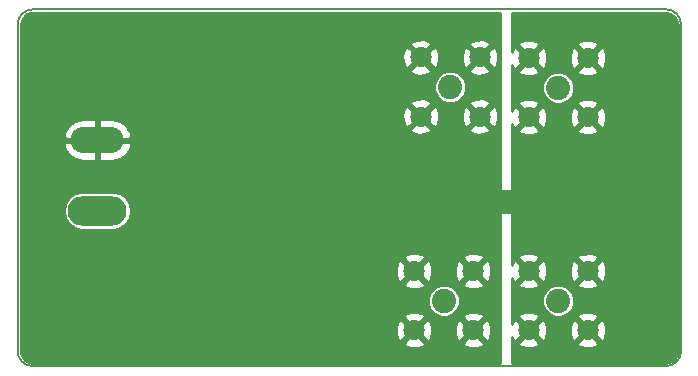
<source format=gbr>
G04 #@! TF.GenerationSoftware,KiCad,Pcbnew,(5.0.2)-1*
G04 #@! TF.CreationDate,2019-08-18T14:38:27-04:00*
G04 #@! TF.ProjectId,regulated-SEPIC-converter,72656775-6c61-4746-9564-2d5345504943,rev?*
G04 #@! TF.SameCoordinates,Original*
G04 #@! TF.FileFunction,Copper,L2,Bot*
G04 #@! TF.FilePolarity,Positive*
%FSLAX46Y46*%
G04 Gerber Fmt 4.6, Leading zero omitted, Abs format (unit mm)*
G04 Created by KiCad (PCBNEW (5.0.2)-1) date 8/18/2019 2:38:27 PM*
%MOMM*%
%LPD*%
G01*
G04 APERTURE LIST*
G04 #@! TA.AperFunction,NonConductor*
%ADD10C,0.150000*%
G04 #@! TD*
G04 #@! TA.AperFunction,EtchedComponent*
%ADD11C,0.000100*%
G04 #@! TD*
G04 #@! TA.AperFunction,ComponentPad*
%ADD12C,1.800000*%
G04 #@! TD*
G04 #@! TA.AperFunction,ComponentPad*
%ADD13C,2.050000*%
G04 #@! TD*
G04 #@! TA.AperFunction,ComponentPad*
%ADD14O,5.000000X2.500000*%
G04 #@! TD*
G04 #@! TA.AperFunction,ComponentPad*
%ADD15O,4.500000X2.250000*%
G04 #@! TD*
G04 #@! TA.AperFunction,ViaPad*
%ADD16C,0.600000*%
G04 #@! TD*
G04 #@! TA.AperFunction,Conductor*
%ADD17C,0.254000*%
G04 #@! TD*
G04 APERTURE END LIST*
D10*
X142989300Y-105346500D02*
X142989300Y-77724000D01*
X142989300Y-105346500D02*
G75*
G02X141693900Y-106641900I-1295400J0D01*
G01*
X141693900Y-76428600D02*
G75*
G02X142989300Y-77724000I0J-1295400D01*
G01*
X86804500Y-77724000D02*
G75*
G02X88099900Y-76428600I1295400J0D01*
G01*
X88099900Y-106641900D02*
G75*
G02X86804500Y-105346500I0J1295400D01*
G01*
X141693900Y-76428600D02*
X88099900Y-76428600D01*
X86804500Y-105346500D02*
X86804500Y-77724000D01*
X141693900Y-106641900D02*
X88099900Y-106641900D01*
D11*
G04 #@! TO.C,J1*
X91823600Y-92997400D02*
X95323600Y-92997400D01*
X95073600Y-87997400D02*
X92073600Y-87997400D01*
X95323600Y-93997400D02*
X91823600Y-93997400D01*
X91823600Y-93997400D02*
X91823600Y-92997400D01*
X92073600Y-87997400D02*
X92073600Y-86997400D01*
X92073600Y-86997400D02*
X95073600Y-86997400D01*
X95073600Y-86997400D02*
X95073600Y-87997400D01*
X95323600Y-92997400D02*
X95323600Y-93997400D01*
G04 #@! TD*
D12*
G04 #@! TO.P,J5,2*
G04 #@! TO.N,GND*
X130088000Y-85558000D03*
X130088000Y-80558000D03*
X135088000Y-80558000D03*
X135088000Y-85558000D03*
D13*
G04 #@! TO.P,J5,1*
G04 #@! TO.N,-5V*
X132588000Y-83058000D03*
G04 #@! TD*
D12*
G04 #@! TO.P,J4,2*
G04 #@! TO.N,GND*
X130088000Y-103592000D03*
X130088000Y-98592000D03*
X135088000Y-98592000D03*
X135088000Y-103592000D03*
D13*
G04 #@! TO.P,J4,1*
G04 #@! TO.N,+5V*
X132588000Y-101092000D03*
G04 #@! TD*
D12*
G04 #@! TO.P,J2,2*
G04 #@! TO.N,GND*
X120385200Y-103592000D03*
X120385200Y-98592000D03*
X125385200Y-98592000D03*
X125385200Y-103592000D03*
D13*
G04 #@! TO.P,J2,1*
G04 #@! TO.N,+6V*
X122885200Y-101092000D03*
G04 #@! TD*
D12*
G04 #@! TO.P,J3,2*
G04 #@! TO.N,GND*
X120944000Y-85507200D03*
X120944000Y-80507200D03*
X125944000Y-80507200D03*
X125944000Y-85507200D03*
D13*
G04 #@! TO.P,J3,1*
G04 #@! TO.N,-6V*
X123444000Y-83007200D03*
G04 #@! TD*
D14*
G04 #@! TO.P,J1,1*
G04 #@! TO.N,+3V3*
X93573600Y-93497400D03*
D15*
G04 #@! TO.P,J1,2*
G04 #@! TO.N,GND*
X93573600Y-87497400D03*
G04 #@! TD*
D16*
G04 #@! TO.N,GND*
X109232700Y-92913200D03*
X109283500Y-90322400D03*
X109232700Y-94132400D03*
X109283500Y-88900000D03*
X104559100Y-81330800D03*
X105829100Y-81330800D03*
X87884000Y-93472000D03*
X139537440Y-98282760D03*
X87884000Y-88900000D03*
X87884000Y-85344000D03*
X87884000Y-81788000D03*
X87884000Y-78740000D03*
X89916000Y-77470000D03*
X93218000Y-77470000D03*
X97282000Y-77470000D03*
X101092000Y-77470000D03*
X105156000Y-77470000D03*
X108204000Y-77470000D03*
X111760000Y-77470000D03*
X115062000Y-77470000D03*
X118872000Y-77470000D03*
X122174000Y-77470000D03*
X125984000Y-77470000D03*
X130048000Y-77470000D03*
X133096000Y-77470000D03*
X136652000Y-77470000D03*
X139954000Y-77470000D03*
X141732000Y-79502000D03*
X141732000Y-82550000D03*
X141732000Y-85598000D03*
X141732000Y-88900000D03*
X141732000Y-91948000D03*
X141732000Y-95250000D03*
X141732000Y-98806000D03*
X141732000Y-102616000D03*
X139954000Y-105664000D03*
X136398000Y-105664000D03*
X133350000Y-105664000D03*
X130302000Y-105664000D03*
X126492000Y-105664000D03*
X122936000Y-105664000D03*
X119380000Y-105664000D03*
X116078000Y-105664000D03*
X112776000Y-105664000D03*
X108966000Y-105664000D03*
X105410000Y-105664000D03*
X101854000Y-105664000D03*
X97790000Y-105664000D03*
X93726000Y-105664000D03*
X89916000Y-105664000D03*
X87884000Y-96266000D03*
X87884000Y-99060000D03*
X87884000Y-101600000D03*
X87884000Y-104140000D03*
X139954000Y-92456000D03*
X136906000Y-92456000D03*
X139700000Y-83566000D03*
X137668000Y-83566000D03*
X137160000Y-80518000D03*
X130048000Y-78740000D03*
X132080000Y-80518000D03*
X130048000Y-83058000D03*
X125730000Y-83058000D03*
X123444000Y-80518000D03*
X121158000Y-83058000D03*
X118618000Y-80772000D03*
X91948000Y-85090000D03*
X94488000Y-85090000D03*
X97028000Y-87122000D03*
X90170000Y-87122000D03*
X96520000Y-91440000D03*
X91186000Y-96774000D03*
X94742000Y-96774000D03*
X100330000Y-95504000D03*
X100330000Y-88138000D03*
X104140000Y-86868000D03*
X103886000Y-84582000D03*
X110490000Y-91948000D03*
X113284000Y-91948000D03*
X115824000Y-91948000D03*
X118110000Y-91948000D03*
X120650000Y-91948000D03*
X123444000Y-92202000D03*
X125984000Y-92202000D03*
X129794000Y-92456000D03*
X131318000Y-92456000D03*
X134874000Y-92456000D03*
X129336800Y-96266000D03*
X131826000Y-97282000D03*
X134874000Y-97028000D03*
X118618000Y-102362000D03*
X122682000Y-103632000D03*
X120142000Y-101092000D03*
X130302000Y-101092000D03*
X132588000Y-98552000D03*
X132588000Y-103886000D03*
X137414000Y-102616000D03*
X94742000Y-99060000D03*
X98552000Y-96520000D03*
X115062000Y-102362000D03*
X101092000Y-99060000D03*
X107188000Y-96774000D03*
X108966000Y-96774000D03*
G04 #@! TD*
D17*
G04 #@! TO.N,GND*
G36*
X128905000Y-93599000D02*
X127381000Y-93599000D01*
X127381000Y-91821000D01*
X128905000Y-91821000D01*
X128905000Y-93599000D01*
X128905000Y-93599000D01*
G37*
X128905000Y-93599000D02*
X127381000Y-93599000D01*
X127381000Y-91821000D01*
X128905000Y-91821000D01*
X128905000Y-93599000D01*
G36*
X127635000Y-106339900D02*
X88126322Y-106339900D01*
X87761729Y-106275613D01*
X87464349Y-106103919D01*
X87243624Y-105840869D01*
X87121566Y-105505517D01*
X87106500Y-105333312D01*
X87106500Y-104672159D01*
X119484646Y-104672159D01*
X119571052Y-104928643D01*
X120144536Y-105138458D01*
X120754660Y-105112839D01*
X121199348Y-104928643D01*
X121285754Y-104672159D01*
X124484646Y-104672159D01*
X124571052Y-104928643D01*
X125144536Y-105138458D01*
X125754660Y-105112839D01*
X126199348Y-104928643D01*
X126285754Y-104672159D01*
X125385200Y-103771605D01*
X124484646Y-104672159D01*
X121285754Y-104672159D01*
X120385200Y-103771605D01*
X119484646Y-104672159D01*
X87106500Y-104672159D01*
X87106500Y-103351336D01*
X118838742Y-103351336D01*
X118864361Y-103961460D01*
X119048557Y-104406148D01*
X119305041Y-104492554D01*
X120205595Y-103592000D01*
X120564805Y-103592000D01*
X121465359Y-104492554D01*
X121721843Y-104406148D01*
X121931658Y-103832664D01*
X121911448Y-103351336D01*
X123838742Y-103351336D01*
X123864361Y-103961460D01*
X124048557Y-104406148D01*
X124305041Y-104492554D01*
X125205595Y-103592000D01*
X125564805Y-103592000D01*
X126465359Y-104492554D01*
X126721843Y-104406148D01*
X126931658Y-103832664D01*
X126906039Y-103222540D01*
X126721843Y-102777852D01*
X126465359Y-102691446D01*
X125564805Y-103592000D01*
X125205595Y-103592000D01*
X124305041Y-102691446D01*
X124048557Y-102777852D01*
X123838742Y-103351336D01*
X121911448Y-103351336D01*
X121906039Y-103222540D01*
X121721843Y-102777852D01*
X121465359Y-102691446D01*
X120564805Y-103592000D01*
X120205595Y-103592000D01*
X119305041Y-102691446D01*
X119048557Y-102777852D01*
X118838742Y-103351336D01*
X87106500Y-103351336D01*
X87106500Y-102511841D01*
X119484646Y-102511841D01*
X120385200Y-103412395D01*
X121285754Y-102511841D01*
X124484646Y-102511841D01*
X125385200Y-103412395D01*
X126285754Y-102511841D01*
X126199348Y-102255357D01*
X125625864Y-102045542D01*
X125015740Y-102071161D01*
X124571052Y-102255357D01*
X124484646Y-102511841D01*
X121285754Y-102511841D01*
X121199348Y-102255357D01*
X120625864Y-102045542D01*
X120015740Y-102071161D01*
X119571052Y-102255357D01*
X119484646Y-102511841D01*
X87106500Y-102511841D01*
X87106500Y-100823071D01*
X121533200Y-100823071D01*
X121533200Y-101360929D01*
X121739030Y-101857846D01*
X122119354Y-102238170D01*
X122616271Y-102444000D01*
X123154129Y-102444000D01*
X123651046Y-102238170D01*
X124031370Y-101857846D01*
X124237200Y-101360929D01*
X124237200Y-100823071D01*
X124031370Y-100326154D01*
X123651046Y-99945830D01*
X123154129Y-99740000D01*
X122616271Y-99740000D01*
X122119354Y-99945830D01*
X121739030Y-100326154D01*
X121533200Y-100823071D01*
X87106500Y-100823071D01*
X87106500Y-99672159D01*
X119484646Y-99672159D01*
X119571052Y-99928643D01*
X120144536Y-100138458D01*
X120754660Y-100112839D01*
X121199348Y-99928643D01*
X121285754Y-99672159D01*
X124484646Y-99672159D01*
X124571052Y-99928643D01*
X125144536Y-100138458D01*
X125754660Y-100112839D01*
X126199348Y-99928643D01*
X126285754Y-99672159D01*
X125385200Y-98771605D01*
X124484646Y-99672159D01*
X121285754Y-99672159D01*
X120385200Y-98771605D01*
X119484646Y-99672159D01*
X87106500Y-99672159D01*
X87106500Y-98351336D01*
X118838742Y-98351336D01*
X118864361Y-98961460D01*
X119048557Y-99406148D01*
X119305041Y-99492554D01*
X120205595Y-98592000D01*
X120564805Y-98592000D01*
X121465359Y-99492554D01*
X121721843Y-99406148D01*
X121931658Y-98832664D01*
X121911448Y-98351336D01*
X123838742Y-98351336D01*
X123864361Y-98961460D01*
X124048557Y-99406148D01*
X124305041Y-99492554D01*
X125205595Y-98592000D01*
X125564805Y-98592000D01*
X126465359Y-99492554D01*
X126721843Y-99406148D01*
X126931658Y-98832664D01*
X126906039Y-98222540D01*
X126721843Y-97777852D01*
X126465359Y-97691446D01*
X125564805Y-98592000D01*
X125205595Y-98592000D01*
X124305041Y-97691446D01*
X124048557Y-97777852D01*
X123838742Y-98351336D01*
X121911448Y-98351336D01*
X121906039Y-98222540D01*
X121721843Y-97777852D01*
X121465359Y-97691446D01*
X120564805Y-98592000D01*
X120205595Y-98592000D01*
X119305041Y-97691446D01*
X119048557Y-97777852D01*
X118838742Y-98351336D01*
X87106500Y-98351336D01*
X87106500Y-97511841D01*
X119484646Y-97511841D01*
X120385200Y-98412395D01*
X121285754Y-97511841D01*
X124484646Y-97511841D01*
X125385200Y-98412395D01*
X126285754Y-97511841D01*
X126199348Y-97255357D01*
X125625864Y-97045542D01*
X125015740Y-97071161D01*
X124571052Y-97255357D01*
X124484646Y-97511841D01*
X121285754Y-97511841D01*
X121199348Y-97255357D01*
X120625864Y-97045542D01*
X120015740Y-97071161D01*
X119571052Y-97255357D01*
X119484646Y-97511841D01*
X87106500Y-97511841D01*
X87106500Y-93497400D01*
X90715705Y-93497400D01*
X90838099Y-94112715D01*
X91186647Y-94634353D01*
X91708285Y-94982901D01*
X92168281Y-95074400D01*
X94978919Y-95074400D01*
X95438915Y-94982901D01*
X95960553Y-94634353D01*
X96309101Y-94112715D01*
X96431495Y-93497400D01*
X96309101Y-92882085D01*
X95960553Y-92360447D01*
X95438915Y-92011899D01*
X94978919Y-91920400D01*
X92168281Y-91920400D01*
X91708285Y-92011899D01*
X91186647Y-92360447D01*
X90838099Y-92882085D01*
X90715705Y-93497400D01*
X87106500Y-93497400D01*
X87106500Y-87097357D01*
X90734667Y-87097357D01*
X90852394Y-87370400D01*
X91846551Y-87370400D01*
X91846550Y-87624400D01*
X90852394Y-87624400D01*
X90734667Y-87897443D01*
X90773971Y-88053590D01*
X91114289Y-88652105D01*
X91657744Y-89074827D01*
X92321600Y-89257400D01*
X93446600Y-89257400D01*
X93446600Y-88224450D01*
X93700600Y-88224450D01*
X93700600Y-89257400D01*
X94825600Y-89257400D01*
X95489456Y-89074827D01*
X96032911Y-88652105D01*
X96373229Y-88053590D01*
X96412533Y-87897443D01*
X96294806Y-87624400D01*
X95300650Y-87624400D01*
X95300650Y-87370400D01*
X96294806Y-87370400D01*
X96412533Y-87097357D01*
X96373229Y-86941210D01*
X96172028Y-86587359D01*
X120043446Y-86587359D01*
X120129852Y-86843843D01*
X120703336Y-87053658D01*
X121313460Y-87028039D01*
X121758148Y-86843843D01*
X121844554Y-86587359D01*
X125043446Y-86587359D01*
X125129852Y-86843843D01*
X125703336Y-87053658D01*
X126313460Y-87028039D01*
X126758148Y-86843843D01*
X126844554Y-86587359D01*
X125944000Y-85686805D01*
X125043446Y-86587359D01*
X121844554Y-86587359D01*
X120944000Y-85686805D01*
X120043446Y-86587359D01*
X96172028Y-86587359D01*
X96032911Y-86342695D01*
X95489456Y-85919973D01*
X94825600Y-85737400D01*
X93700600Y-85737400D01*
X93700600Y-86770350D01*
X93446600Y-86770350D01*
X93446600Y-85737400D01*
X92321600Y-85737400D01*
X91657744Y-85919973D01*
X91114289Y-86342695D01*
X90773971Y-86941210D01*
X90734667Y-87097357D01*
X87106500Y-87097357D01*
X87106500Y-85266536D01*
X119397542Y-85266536D01*
X119423161Y-85876660D01*
X119607357Y-86321348D01*
X119863841Y-86407754D01*
X120764395Y-85507200D01*
X121123605Y-85507200D01*
X122024159Y-86407754D01*
X122280643Y-86321348D01*
X122490458Y-85747864D01*
X122470248Y-85266536D01*
X124397542Y-85266536D01*
X124423161Y-85876660D01*
X124607357Y-86321348D01*
X124863841Y-86407754D01*
X125764395Y-85507200D01*
X126123605Y-85507200D01*
X127024159Y-86407754D01*
X127280643Y-86321348D01*
X127490458Y-85747864D01*
X127464839Y-85137740D01*
X127280643Y-84693052D01*
X127024159Y-84606646D01*
X126123605Y-85507200D01*
X125764395Y-85507200D01*
X124863841Y-84606646D01*
X124607357Y-84693052D01*
X124397542Y-85266536D01*
X122470248Y-85266536D01*
X122464839Y-85137740D01*
X122280643Y-84693052D01*
X122024159Y-84606646D01*
X121123605Y-85507200D01*
X120764395Y-85507200D01*
X119863841Y-84606646D01*
X119607357Y-84693052D01*
X119397542Y-85266536D01*
X87106500Y-85266536D01*
X87106500Y-84427041D01*
X120043446Y-84427041D01*
X120944000Y-85327595D01*
X121844554Y-84427041D01*
X125043446Y-84427041D01*
X125944000Y-85327595D01*
X126844554Y-84427041D01*
X126758148Y-84170557D01*
X126184664Y-83960742D01*
X125574540Y-83986361D01*
X125129852Y-84170557D01*
X125043446Y-84427041D01*
X121844554Y-84427041D01*
X121758148Y-84170557D01*
X121184664Y-83960742D01*
X120574540Y-83986361D01*
X120129852Y-84170557D01*
X120043446Y-84427041D01*
X87106500Y-84427041D01*
X87106500Y-82738271D01*
X122092000Y-82738271D01*
X122092000Y-83276129D01*
X122297830Y-83773046D01*
X122678154Y-84153370D01*
X123175071Y-84359200D01*
X123712929Y-84359200D01*
X124209846Y-84153370D01*
X124590170Y-83773046D01*
X124796000Y-83276129D01*
X124796000Y-82738271D01*
X124590170Y-82241354D01*
X124209846Y-81861030D01*
X123712929Y-81655200D01*
X123175071Y-81655200D01*
X122678154Y-81861030D01*
X122297830Y-82241354D01*
X122092000Y-82738271D01*
X87106500Y-82738271D01*
X87106500Y-81587359D01*
X120043446Y-81587359D01*
X120129852Y-81843843D01*
X120703336Y-82053658D01*
X121313460Y-82028039D01*
X121758148Y-81843843D01*
X121844554Y-81587359D01*
X125043446Y-81587359D01*
X125129852Y-81843843D01*
X125703336Y-82053658D01*
X126313460Y-82028039D01*
X126758148Y-81843843D01*
X126844554Y-81587359D01*
X125944000Y-80686805D01*
X125043446Y-81587359D01*
X121844554Y-81587359D01*
X120944000Y-80686805D01*
X120043446Y-81587359D01*
X87106500Y-81587359D01*
X87106500Y-80266536D01*
X119397542Y-80266536D01*
X119423161Y-80876660D01*
X119607357Y-81321348D01*
X119863841Y-81407754D01*
X120764395Y-80507200D01*
X121123605Y-80507200D01*
X122024159Y-81407754D01*
X122280643Y-81321348D01*
X122490458Y-80747864D01*
X122470248Y-80266536D01*
X124397542Y-80266536D01*
X124423161Y-80876660D01*
X124607357Y-81321348D01*
X124863841Y-81407754D01*
X125764395Y-80507200D01*
X126123605Y-80507200D01*
X127024159Y-81407754D01*
X127280643Y-81321348D01*
X127490458Y-80747864D01*
X127464839Y-80137740D01*
X127280643Y-79693052D01*
X127024159Y-79606646D01*
X126123605Y-80507200D01*
X125764395Y-80507200D01*
X124863841Y-79606646D01*
X124607357Y-79693052D01*
X124397542Y-80266536D01*
X122470248Y-80266536D01*
X122464839Y-80137740D01*
X122280643Y-79693052D01*
X122024159Y-79606646D01*
X121123605Y-80507200D01*
X120764395Y-80507200D01*
X119863841Y-79606646D01*
X119607357Y-79693052D01*
X119397542Y-80266536D01*
X87106500Y-80266536D01*
X87106500Y-79427041D01*
X120043446Y-79427041D01*
X120944000Y-80327595D01*
X121844554Y-79427041D01*
X125043446Y-79427041D01*
X125944000Y-80327595D01*
X126844554Y-79427041D01*
X126758148Y-79170557D01*
X126184664Y-78960742D01*
X125574540Y-78986361D01*
X125129852Y-79170557D01*
X125043446Y-79427041D01*
X121844554Y-79427041D01*
X121758148Y-79170557D01*
X121184664Y-78960742D01*
X120574540Y-78986361D01*
X120129852Y-79170557D01*
X120043446Y-79427041D01*
X87106500Y-79427041D01*
X87106500Y-77750422D01*
X87170787Y-77385831D01*
X87342480Y-77088450D01*
X87605529Y-76867725D01*
X87940885Y-76745666D01*
X88113088Y-76730600D01*
X127635000Y-76730600D01*
X127635000Y-106339900D01*
X127635000Y-106339900D01*
G37*
X127635000Y-106339900D02*
X88126322Y-106339900D01*
X87761729Y-106275613D01*
X87464349Y-106103919D01*
X87243624Y-105840869D01*
X87121566Y-105505517D01*
X87106500Y-105333312D01*
X87106500Y-104672159D01*
X119484646Y-104672159D01*
X119571052Y-104928643D01*
X120144536Y-105138458D01*
X120754660Y-105112839D01*
X121199348Y-104928643D01*
X121285754Y-104672159D01*
X124484646Y-104672159D01*
X124571052Y-104928643D01*
X125144536Y-105138458D01*
X125754660Y-105112839D01*
X126199348Y-104928643D01*
X126285754Y-104672159D01*
X125385200Y-103771605D01*
X124484646Y-104672159D01*
X121285754Y-104672159D01*
X120385200Y-103771605D01*
X119484646Y-104672159D01*
X87106500Y-104672159D01*
X87106500Y-103351336D01*
X118838742Y-103351336D01*
X118864361Y-103961460D01*
X119048557Y-104406148D01*
X119305041Y-104492554D01*
X120205595Y-103592000D01*
X120564805Y-103592000D01*
X121465359Y-104492554D01*
X121721843Y-104406148D01*
X121931658Y-103832664D01*
X121911448Y-103351336D01*
X123838742Y-103351336D01*
X123864361Y-103961460D01*
X124048557Y-104406148D01*
X124305041Y-104492554D01*
X125205595Y-103592000D01*
X125564805Y-103592000D01*
X126465359Y-104492554D01*
X126721843Y-104406148D01*
X126931658Y-103832664D01*
X126906039Y-103222540D01*
X126721843Y-102777852D01*
X126465359Y-102691446D01*
X125564805Y-103592000D01*
X125205595Y-103592000D01*
X124305041Y-102691446D01*
X124048557Y-102777852D01*
X123838742Y-103351336D01*
X121911448Y-103351336D01*
X121906039Y-103222540D01*
X121721843Y-102777852D01*
X121465359Y-102691446D01*
X120564805Y-103592000D01*
X120205595Y-103592000D01*
X119305041Y-102691446D01*
X119048557Y-102777852D01*
X118838742Y-103351336D01*
X87106500Y-103351336D01*
X87106500Y-102511841D01*
X119484646Y-102511841D01*
X120385200Y-103412395D01*
X121285754Y-102511841D01*
X124484646Y-102511841D01*
X125385200Y-103412395D01*
X126285754Y-102511841D01*
X126199348Y-102255357D01*
X125625864Y-102045542D01*
X125015740Y-102071161D01*
X124571052Y-102255357D01*
X124484646Y-102511841D01*
X121285754Y-102511841D01*
X121199348Y-102255357D01*
X120625864Y-102045542D01*
X120015740Y-102071161D01*
X119571052Y-102255357D01*
X119484646Y-102511841D01*
X87106500Y-102511841D01*
X87106500Y-100823071D01*
X121533200Y-100823071D01*
X121533200Y-101360929D01*
X121739030Y-101857846D01*
X122119354Y-102238170D01*
X122616271Y-102444000D01*
X123154129Y-102444000D01*
X123651046Y-102238170D01*
X124031370Y-101857846D01*
X124237200Y-101360929D01*
X124237200Y-100823071D01*
X124031370Y-100326154D01*
X123651046Y-99945830D01*
X123154129Y-99740000D01*
X122616271Y-99740000D01*
X122119354Y-99945830D01*
X121739030Y-100326154D01*
X121533200Y-100823071D01*
X87106500Y-100823071D01*
X87106500Y-99672159D01*
X119484646Y-99672159D01*
X119571052Y-99928643D01*
X120144536Y-100138458D01*
X120754660Y-100112839D01*
X121199348Y-99928643D01*
X121285754Y-99672159D01*
X124484646Y-99672159D01*
X124571052Y-99928643D01*
X125144536Y-100138458D01*
X125754660Y-100112839D01*
X126199348Y-99928643D01*
X126285754Y-99672159D01*
X125385200Y-98771605D01*
X124484646Y-99672159D01*
X121285754Y-99672159D01*
X120385200Y-98771605D01*
X119484646Y-99672159D01*
X87106500Y-99672159D01*
X87106500Y-98351336D01*
X118838742Y-98351336D01*
X118864361Y-98961460D01*
X119048557Y-99406148D01*
X119305041Y-99492554D01*
X120205595Y-98592000D01*
X120564805Y-98592000D01*
X121465359Y-99492554D01*
X121721843Y-99406148D01*
X121931658Y-98832664D01*
X121911448Y-98351336D01*
X123838742Y-98351336D01*
X123864361Y-98961460D01*
X124048557Y-99406148D01*
X124305041Y-99492554D01*
X125205595Y-98592000D01*
X125564805Y-98592000D01*
X126465359Y-99492554D01*
X126721843Y-99406148D01*
X126931658Y-98832664D01*
X126906039Y-98222540D01*
X126721843Y-97777852D01*
X126465359Y-97691446D01*
X125564805Y-98592000D01*
X125205595Y-98592000D01*
X124305041Y-97691446D01*
X124048557Y-97777852D01*
X123838742Y-98351336D01*
X121911448Y-98351336D01*
X121906039Y-98222540D01*
X121721843Y-97777852D01*
X121465359Y-97691446D01*
X120564805Y-98592000D01*
X120205595Y-98592000D01*
X119305041Y-97691446D01*
X119048557Y-97777852D01*
X118838742Y-98351336D01*
X87106500Y-98351336D01*
X87106500Y-97511841D01*
X119484646Y-97511841D01*
X120385200Y-98412395D01*
X121285754Y-97511841D01*
X124484646Y-97511841D01*
X125385200Y-98412395D01*
X126285754Y-97511841D01*
X126199348Y-97255357D01*
X125625864Y-97045542D01*
X125015740Y-97071161D01*
X124571052Y-97255357D01*
X124484646Y-97511841D01*
X121285754Y-97511841D01*
X121199348Y-97255357D01*
X120625864Y-97045542D01*
X120015740Y-97071161D01*
X119571052Y-97255357D01*
X119484646Y-97511841D01*
X87106500Y-97511841D01*
X87106500Y-93497400D01*
X90715705Y-93497400D01*
X90838099Y-94112715D01*
X91186647Y-94634353D01*
X91708285Y-94982901D01*
X92168281Y-95074400D01*
X94978919Y-95074400D01*
X95438915Y-94982901D01*
X95960553Y-94634353D01*
X96309101Y-94112715D01*
X96431495Y-93497400D01*
X96309101Y-92882085D01*
X95960553Y-92360447D01*
X95438915Y-92011899D01*
X94978919Y-91920400D01*
X92168281Y-91920400D01*
X91708285Y-92011899D01*
X91186647Y-92360447D01*
X90838099Y-92882085D01*
X90715705Y-93497400D01*
X87106500Y-93497400D01*
X87106500Y-87097357D01*
X90734667Y-87097357D01*
X90852394Y-87370400D01*
X91846551Y-87370400D01*
X91846550Y-87624400D01*
X90852394Y-87624400D01*
X90734667Y-87897443D01*
X90773971Y-88053590D01*
X91114289Y-88652105D01*
X91657744Y-89074827D01*
X92321600Y-89257400D01*
X93446600Y-89257400D01*
X93446600Y-88224450D01*
X93700600Y-88224450D01*
X93700600Y-89257400D01*
X94825600Y-89257400D01*
X95489456Y-89074827D01*
X96032911Y-88652105D01*
X96373229Y-88053590D01*
X96412533Y-87897443D01*
X96294806Y-87624400D01*
X95300650Y-87624400D01*
X95300650Y-87370400D01*
X96294806Y-87370400D01*
X96412533Y-87097357D01*
X96373229Y-86941210D01*
X96172028Y-86587359D01*
X120043446Y-86587359D01*
X120129852Y-86843843D01*
X120703336Y-87053658D01*
X121313460Y-87028039D01*
X121758148Y-86843843D01*
X121844554Y-86587359D01*
X125043446Y-86587359D01*
X125129852Y-86843843D01*
X125703336Y-87053658D01*
X126313460Y-87028039D01*
X126758148Y-86843843D01*
X126844554Y-86587359D01*
X125944000Y-85686805D01*
X125043446Y-86587359D01*
X121844554Y-86587359D01*
X120944000Y-85686805D01*
X120043446Y-86587359D01*
X96172028Y-86587359D01*
X96032911Y-86342695D01*
X95489456Y-85919973D01*
X94825600Y-85737400D01*
X93700600Y-85737400D01*
X93700600Y-86770350D01*
X93446600Y-86770350D01*
X93446600Y-85737400D01*
X92321600Y-85737400D01*
X91657744Y-85919973D01*
X91114289Y-86342695D01*
X90773971Y-86941210D01*
X90734667Y-87097357D01*
X87106500Y-87097357D01*
X87106500Y-85266536D01*
X119397542Y-85266536D01*
X119423161Y-85876660D01*
X119607357Y-86321348D01*
X119863841Y-86407754D01*
X120764395Y-85507200D01*
X121123605Y-85507200D01*
X122024159Y-86407754D01*
X122280643Y-86321348D01*
X122490458Y-85747864D01*
X122470248Y-85266536D01*
X124397542Y-85266536D01*
X124423161Y-85876660D01*
X124607357Y-86321348D01*
X124863841Y-86407754D01*
X125764395Y-85507200D01*
X126123605Y-85507200D01*
X127024159Y-86407754D01*
X127280643Y-86321348D01*
X127490458Y-85747864D01*
X127464839Y-85137740D01*
X127280643Y-84693052D01*
X127024159Y-84606646D01*
X126123605Y-85507200D01*
X125764395Y-85507200D01*
X124863841Y-84606646D01*
X124607357Y-84693052D01*
X124397542Y-85266536D01*
X122470248Y-85266536D01*
X122464839Y-85137740D01*
X122280643Y-84693052D01*
X122024159Y-84606646D01*
X121123605Y-85507200D01*
X120764395Y-85507200D01*
X119863841Y-84606646D01*
X119607357Y-84693052D01*
X119397542Y-85266536D01*
X87106500Y-85266536D01*
X87106500Y-84427041D01*
X120043446Y-84427041D01*
X120944000Y-85327595D01*
X121844554Y-84427041D01*
X125043446Y-84427041D01*
X125944000Y-85327595D01*
X126844554Y-84427041D01*
X126758148Y-84170557D01*
X126184664Y-83960742D01*
X125574540Y-83986361D01*
X125129852Y-84170557D01*
X125043446Y-84427041D01*
X121844554Y-84427041D01*
X121758148Y-84170557D01*
X121184664Y-83960742D01*
X120574540Y-83986361D01*
X120129852Y-84170557D01*
X120043446Y-84427041D01*
X87106500Y-84427041D01*
X87106500Y-82738271D01*
X122092000Y-82738271D01*
X122092000Y-83276129D01*
X122297830Y-83773046D01*
X122678154Y-84153370D01*
X123175071Y-84359200D01*
X123712929Y-84359200D01*
X124209846Y-84153370D01*
X124590170Y-83773046D01*
X124796000Y-83276129D01*
X124796000Y-82738271D01*
X124590170Y-82241354D01*
X124209846Y-81861030D01*
X123712929Y-81655200D01*
X123175071Y-81655200D01*
X122678154Y-81861030D01*
X122297830Y-82241354D01*
X122092000Y-82738271D01*
X87106500Y-82738271D01*
X87106500Y-81587359D01*
X120043446Y-81587359D01*
X120129852Y-81843843D01*
X120703336Y-82053658D01*
X121313460Y-82028039D01*
X121758148Y-81843843D01*
X121844554Y-81587359D01*
X125043446Y-81587359D01*
X125129852Y-81843843D01*
X125703336Y-82053658D01*
X126313460Y-82028039D01*
X126758148Y-81843843D01*
X126844554Y-81587359D01*
X125944000Y-80686805D01*
X125043446Y-81587359D01*
X121844554Y-81587359D01*
X120944000Y-80686805D01*
X120043446Y-81587359D01*
X87106500Y-81587359D01*
X87106500Y-80266536D01*
X119397542Y-80266536D01*
X119423161Y-80876660D01*
X119607357Y-81321348D01*
X119863841Y-81407754D01*
X120764395Y-80507200D01*
X121123605Y-80507200D01*
X122024159Y-81407754D01*
X122280643Y-81321348D01*
X122490458Y-80747864D01*
X122470248Y-80266536D01*
X124397542Y-80266536D01*
X124423161Y-80876660D01*
X124607357Y-81321348D01*
X124863841Y-81407754D01*
X125764395Y-80507200D01*
X126123605Y-80507200D01*
X127024159Y-81407754D01*
X127280643Y-81321348D01*
X127490458Y-80747864D01*
X127464839Y-80137740D01*
X127280643Y-79693052D01*
X127024159Y-79606646D01*
X126123605Y-80507200D01*
X125764395Y-80507200D01*
X124863841Y-79606646D01*
X124607357Y-79693052D01*
X124397542Y-80266536D01*
X122470248Y-80266536D01*
X122464839Y-80137740D01*
X122280643Y-79693052D01*
X122024159Y-79606646D01*
X121123605Y-80507200D01*
X120764395Y-80507200D01*
X119863841Y-79606646D01*
X119607357Y-79693052D01*
X119397542Y-80266536D01*
X87106500Y-80266536D01*
X87106500Y-79427041D01*
X120043446Y-79427041D01*
X120944000Y-80327595D01*
X121844554Y-79427041D01*
X125043446Y-79427041D01*
X125944000Y-80327595D01*
X126844554Y-79427041D01*
X126758148Y-79170557D01*
X126184664Y-78960742D01*
X125574540Y-78986361D01*
X125129852Y-79170557D01*
X125043446Y-79427041D01*
X121844554Y-79427041D01*
X121758148Y-79170557D01*
X121184664Y-78960742D01*
X120574540Y-78986361D01*
X120129852Y-79170557D01*
X120043446Y-79427041D01*
X87106500Y-79427041D01*
X87106500Y-77750422D01*
X87170787Y-77385831D01*
X87342480Y-77088450D01*
X87605529Y-76867725D01*
X87940885Y-76745666D01*
X88113088Y-76730600D01*
X127635000Y-76730600D01*
X127635000Y-106339900D01*
G36*
X93700600Y-87370400D02*
X94846550Y-87370400D01*
X94846551Y-87624400D01*
X93700600Y-87624400D01*
X93700600Y-87770350D01*
X93446600Y-87770350D01*
X93446600Y-87624400D01*
X92300650Y-87624400D01*
X92300650Y-87370400D01*
X93446600Y-87370400D01*
X93446600Y-87224450D01*
X93700600Y-87224450D01*
X93700600Y-87370400D01*
X93700600Y-87370400D01*
G37*
X93700600Y-87370400D02*
X94846550Y-87370400D01*
X94846551Y-87624400D01*
X93700600Y-87624400D01*
X93700600Y-87770350D01*
X93446600Y-87770350D01*
X93446600Y-87624400D01*
X92300650Y-87624400D01*
X92300650Y-87370400D01*
X93446600Y-87370400D01*
X93446600Y-87224450D01*
X93700600Y-87224450D01*
X93700600Y-87370400D01*
G36*
X142032069Y-76794887D02*
X142329450Y-76966580D01*
X142550175Y-77229629D01*
X142672234Y-77564985D01*
X142687301Y-77737199D01*
X142687300Y-105320078D01*
X142623013Y-105684671D01*
X142451319Y-105982051D01*
X142188269Y-106202776D01*
X141852917Y-106324834D01*
X141680712Y-106339900D01*
X128651000Y-106339900D01*
X128651000Y-104672159D01*
X129187446Y-104672159D01*
X129273852Y-104928643D01*
X129847336Y-105138458D01*
X130457460Y-105112839D01*
X130902148Y-104928643D01*
X130988554Y-104672159D01*
X134187446Y-104672159D01*
X134273852Y-104928643D01*
X134847336Y-105138458D01*
X135457460Y-105112839D01*
X135902148Y-104928643D01*
X135988554Y-104672159D01*
X135088000Y-103771605D01*
X134187446Y-104672159D01*
X130988554Y-104672159D01*
X130088000Y-103771605D01*
X129187446Y-104672159D01*
X128651000Y-104672159D01*
X128651000Y-104163865D01*
X128751357Y-104406148D01*
X129007841Y-104492554D01*
X129908395Y-103592000D01*
X130267605Y-103592000D01*
X131168159Y-104492554D01*
X131424643Y-104406148D01*
X131634458Y-103832664D01*
X131614248Y-103351336D01*
X133541542Y-103351336D01*
X133567161Y-103961460D01*
X133751357Y-104406148D01*
X134007841Y-104492554D01*
X134908395Y-103592000D01*
X135267605Y-103592000D01*
X136168159Y-104492554D01*
X136424643Y-104406148D01*
X136634458Y-103832664D01*
X136608839Y-103222540D01*
X136424643Y-102777852D01*
X136168159Y-102691446D01*
X135267605Y-103592000D01*
X134908395Y-103592000D01*
X134007841Y-102691446D01*
X133751357Y-102777852D01*
X133541542Y-103351336D01*
X131614248Y-103351336D01*
X131608839Y-103222540D01*
X131424643Y-102777852D01*
X131168159Y-102691446D01*
X130267605Y-103592000D01*
X129908395Y-103592000D01*
X129007841Y-102691446D01*
X128751357Y-102777852D01*
X128651000Y-103052156D01*
X128651000Y-102511841D01*
X129187446Y-102511841D01*
X130088000Y-103412395D01*
X130988554Y-102511841D01*
X134187446Y-102511841D01*
X135088000Y-103412395D01*
X135988554Y-102511841D01*
X135902148Y-102255357D01*
X135328664Y-102045542D01*
X134718540Y-102071161D01*
X134273852Y-102255357D01*
X134187446Y-102511841D01*
X130988554Y-102511841D01*
X130902148Y-102255357D01*
X130328664Y-102045542D01*
X129718540Y-102071161D01*
X129273852Y-102255357D01*
X129187446Y-102511841D01*
X128651000Y-102511841D01*
X128651000Y-100823071D01*
X131236000Y-100823071D01*
X131236000Y-101360929D01*
X131441830Y-101857846D01*
X131822154Y-102238170D01*
X132319071Y-102444000D01*
X132856929Y-102444000D01*
X133353846Y-102238170D01*
X133734170Y-101857846D01*
X133940000Y-101360929D01*
X133940000Y-100823071D01*
X133734170Y-100326154D01*
X133353846Y-99945830D01*
X132856929Y-99740000D01*
X132319071Y-99740000D01*
X131822154Y-99945830D01*
X131441830Y-100326154D01*
X131236000Y-100823071D01*
X128651000Y-100823071D01*
X128651000Y-99672159D01*
X129187446Y-99672159D01*
X129273852Y-99928643D01*
X129847336Y-100138458D01*
X130457460Y-100112839D01*
X130902148Y-99928643D01*
X130988554Y-99672159D01*
X134187446Y-99672159D01*
X134273852Y-99928643D01*
X134847336Y-100138458D01*
X135457460Y-100112839D01*
X135902148Y-99928643D01*
X135988554Y-99672159D01*
X135088000Y-98771605D01*
X134187446Y-99672159D01*
X130988554Y-99672159D01*
X130088000Y-98771605D01*
X129187446Y-99672159D01*
X128651000Y-99672159D01*
X128651000Y-99163865D01*
X128751357Y-99406148D01*
X129007841Y-99492554D01*
X129908395Y-98592000D01*
X130267605Y-98592000D01*
X131168159Y-99492554D01*
X131424643Y-99406148D01*
X131634458Y-98832664D01*
X131614248Y-98351336D01*
X133541542Y-98351336D01*
X133567161Y-98961460D01*
X133751357Y-99406148D01*
X134007841Y-99492554D01*
X134908395Y-98592000D01*
X135267605Y-98592000D01*
X136168159Y-99492554D01*
X136424643Y-99406148D01*
X136634458Y-98832664D01*
X136608839Y-98222540D01*
X136424643Y-97777852D01*
X136168159Y-97691446D01*
X135267605Y-98592000D01*
X134908395Y-98592000D01*
X134007841Y-97691446D01*
X133751357Y-97777852D01*
X133541542Y-98351336D01*
X131614248Y-98351336D01*
X131608839Y-98222540D01*
X131424643Y-97777852D01*
X131168159Y-97691446D01*
X130267605Y-98592000D01*
X129908395Y-98592000D01*
X129007841Y-97691446D01*
X128751357Y-97777852D01*
X128651000Y-98052156D01*
X128651000Y-97511841D01*
X129187446Y-97511841D01*
X130088000Y-98412395D01*
X130988554Y-97511841D01*
X134187446Y-97511841D01*
X135088000Y-98412395D01*
X135988554Y-97511841D01*
X135902148Y-97255357D01*
X135328664Y-97045542D01*
X134718540Y-97071161D01*
X134273852Y-97255357D01*
X134187446Y-97511841D01*
X130988554Y-97511841D01*
X130902148Y-97255357D01*
X130328664Y-97045542D01*
X129718540Y-97071161D01*
X129273852Y-97255357D01*
X129187446Y-97511841D01*
X128651000Y-97511841D01*
X128651000Y-86638159D01*
X129187446Y-86638159D01*
X129273852Y-86894643D01*
X129847336Y-87104458D01*
X130457460Y-87078839D01*
X130902148Y-86894643D01*
X130988554Y-86638159D01*
X134187446Y-86638159D01*
X134273852Y-86894643D01*
X134847336Y-87104458D01*
X135457460Y-87078839D01*
X135902148Y-86894643D01*
X135988554Y-86638159D01*
X135088000Y-85737605D01*
X134187446Y-86638159D01*
X130988554Y-86638159D01*
X130088000Y-85737605D01*
X129187446Y-86638159D01*
X128651000Y-86638159D01*
X128651000Y-86129865D01*
X128751357Y-86372148D01*
X129007841Y-86458554D01*
X129908395Y-85558000D01*
X130267605Y-85558000D01*
X131168159Y-86458554D01*
X131424643Y-86372148D01*
X131634458Y-85798664D01*
X131614248Y-85317336D01*
X133541542Y-85317336D01*
X133567161Y-85927460D01*
X133751357Y-86372148D01*
X134007841Y-86458554D01*
X134908395Y-85558000D01*
X135267605Y-85558000D01*
X136168159Y-86458554D01*
X136424643Y-86372148D01*
X136634458Y-85798664D01*
X136608839Y-85188540D01*
X136424643Y-84743852D01*
X136168159Y-84657446D01*
X135267605Y-85558000D01*
X134908395Y-85558000D01*
X134007841Y-84657446D01*
X133751357Y-84743852D01*
X133541542Y-85317336D01*
X131614248Y-85317336D01*
X131608839Y-85188540D01*
X131424643Y-84743852D01*
X131168159Y-84657446D01*
X130267605Y-85558000D01*
X129908395Y-85558000D01*
X129007841Y-84657446D01*
X128751357Y-84743852D01*
X128651000Y-85018156D01*
X128651000Y-84477841D01*
X129187446Y-84477841D01*
X130088000Y-85378395D01*
X130988554Y-84477841D01*
X134187446Y-84477841D01*
X135088000Y-85378395D01*
X135988554Y-84477841D01*
X135902148Y-84221357D01*
X135328664Y-84011542D01*
X134718540Y-84037161D01*
X134273852Y-84221357D01*
X134187446Y-84477841D01*
X130988554Y-84477841D01*
X130902148Y-84221357D01*
X130328664Y-84011542D01*
X129718540Y-84037161D01*
X129273852Y-84221357D01*
X129187446Y-84477841D01*
X128651000Y-84477841D01*
X128651000Y-82789071D01*
X131236000Y-82789071D01*
X131236000Y-83326929D01*
X131441830Y-83823846D01*
X131822154Y-84204170D01*
X132319071Y-84410000D01*
X132856929Y-84410000D01*
X133353846Y-84204170D01*
X133734170Y-83823846D01*
X133940000Y-83326929D01*
X133940000Y-82789071D01*
X133734170Y-82292154D01*
X133353846Y-81911830D01*
X132856929Y-81706000D01*
X132319071Y-81706000D01*
X131822154Y-81911830D01*
X131441830Y-82292154D01*
X131236000Y-82789071D01*
X128651000Y-82789071D01*
X128651000Y-81638159D01*
X129187446Y-81638159D01*
X129273852Y-81894643D01*
X129847336Y-82104458D01*
X130457460Y-82078839D01*
X130902148Y-81894643D01*
X130988554Y-81638159D01*
X134187446Y-81638159D01*
X134273852Y-81894643D01*
X134847336Y-82104458D01*
X135457460Y-82078839D01*
X135902148Y-81894643D01*
X135988554Y-81638159D01*
X135088000Y-80737605D01*
X134187446Y-81638159D01*
X130988554Y-81638159D01*
X130088000Y-80737605D01*
X129187446Y-81638159D01*
X128651000Y-81638159D01*
X128651000Y-81129865D01*
X128751357Y-81372148D01*
X129007841Y-81458554D01*
X129908395Y-80558000D01*
X130267605Y-80558000D01*
X131168159Y-81458554D01*
X131424643Y-81372148D01*
X131634458Y-80798664D01*
X131614248Y-80317336D01*
X133541542Y-80317336D01*
X133567161Y-80927460D01*
X133751357Y-81372148D01*
X134007841Y-81458554D01*
X134908395Y-80558000D01*
X135267605Y-80558000D01*
X136168159Y-81458554D01*
X136424643Y-81372148D01*
X136634458Y-80798664D01*
X136608839Y-80188540D01*
X136424643Y-79743852D01*
X136168159Y-79657446D01*
X135267605Y-80558000D01*
X134908395Y-80558000D01*
X134007841Y-79657446D01*
X133751357Y-79743852D01*
X133541542Y-80317336D01*
X131614248Y-80317336D01*
X131608839Y-80188540D01*
X131424643Y-79743852D01*
X131168159Y-79657446D01*
X130267605Y-80558000D01*
X129908395Y-80558000D01*
X129007841Y-79657446D01*
X128751357Y-79743852D01*
X128651000Y-80018156D01*
X128651000Y-79477841D01*
X129187446Y-79477841D01*
X130088000Y-80378395D01*
X130988554Y-79477841D01*
X134187446Y-79477841D01*
X135088000Y-80378395D01*
X135988554Y-79477841D01*
X135902148Y-79221357D01*
X135328664Y-79011542D01*
X134718540Y-79037161D01*
X134273852Y-79221357D01*
X134187446Y-79477841D01*
X130988554Y-79477841D01*
X130902148Y-79221357D01*
X130328664Y-79011542D01*
X129718540Y-79037161D01*
X129273852Y-79221357D01*
X129187446Y-79477841D01*
X128651000Y-79477841D01*
X128651000Y-76730600D01*
X141667478Y-76730600D01*
X142032069Y-76794887D01*
X142032069Y-76794887D01*
G37*
X142032069Y-76794887D02*
X142329450Y-76966580D01*
X142550175Y-77229629D01*
X142672234Y-77564985D01*
X142687301Y-77737199D01*
X142687300Y-105320078D01*
X142623013Y-105684671D01*
X142451319Y-105982051D01*
X142188269Y-106202776D01*
X141852917Y-106324834D01*
X141680712Y-106339900D01*
X128651000Y-106339900D01*
X128651000Y-104672159D01*
X129187446Y-104672159D01*
X129273852Y-104928643D01*
X129847336Y-105138458D01*
X130457460Y-105112839D01*
X130902148Y-104928643D01*
X130988554Y-104672159D01*
X134187446Y-104672159D01*
X134273852Y-104928643D01*
X134847336Y-105138458D01*
X135457460Y-105112839D01*
X135902148Y-104928643D01*
X135988554Y-104672159D01*
X135088000Y-103771605D01*
X134187446Y-104672159D01*
X130988554Y-104672159D01*
X130088000Y-103771605D01*
X129187446Y-104672159D01*
X128651000Y-104672159D01*
X128651000Y-104163865D01*
X128751357Y-104406148D01*
X129007841Y-104492554D01*
X129908395Y-103592000D01*
X130267605Y-103592000D01*
X131168159Y-104492554D01*
X131424643Y-104406148D01*
X131634458Y-103832664D01*
X131614248Y-103351336D01*
X133541542Y-103351336D01*
X133567161Y-103961460D01*
X133751357Y-104406148D01*
X134007841Y-104492554D01*
X134908395Y-103592000D01*
X135267605Y-103592000D01*
X136168159Y-104492554D01*
X136424643Y-104406148D01*
X136634458Y-103832664D01*
X136608839Y-103222540D01*
X136424643Y-102777852D01*
X136168159Y-102691446D01*
X135267605Y-103592000D01*
X134908395Y-103592000D01*
X134007841Y-102691446D01*
X133751357Y-102777852D01*
X133541542Y-103351336D01*
X131614248Y-103351336D01*
X131608839Y-103222540D01*
X131424643Y-102777852D01*
X131168159Y-102691446D01*
X130267605Y-103592000D01*
X129908395Y-103592000D01*
X129007841Y-102691446D01*
X128751357Y-102777852D01*
X128651000Y-103052156D01*
X128651000Y-102511841D01*
X129187446Y-102511841D01*
X130088000Y-103412395D01*
X130988554Y-102511841D01*
X134187446Y-102511841D01*
X135088000Y-103412395D01*
X135988554Y-102511841D01*
X135902148Y-102255357D01*
X135328664Y-102045542D01*
X134718540Y-102071161D01*
X134273852Y-102255357D01*
X134187446Y-102511841D01*
X130988554Y-102511841D01*
X130902148Y-102255357D01*
X130328664Y-102045542D01*
X129718540Y-102071161D01*
X129273852Y-102255357D01*
X129187446Y-102511841D01*
X128651000Y-102511841D01*
X128651000Y-100823071D01*
X131236000Y-100823071D01*
X131236000Y-101360929D01*
X131441830Y-101857846D01*
X131822154Y-102238170D01*
X132319071Y-102444000D01*
X132856929Y-102444000D01*
X133353846Y-102238170D01*
X133734170Y-101857846D01*
X133940000Y-101360929D01*
X133940000Y-100823071D01*
X133734170Y-100326154D01*
X133353846Y-99945830D01*
X132856929Y-99740000D01*
X132319071Y-99740000D01*
X131822154Y-99945830D01*
X131441830Y-100326154D01*
X131236000Y-100823071D01*
X128651000Y-100823071D01*
X128651000Y-99672159D01*
X129187446Y-99672159D01*
X129273852Y-99928643D01*
X129847336Y-100138458D01*
X130457460Y-100112839D01*
X130902148Y-99928643D01*
X130988554Y-99672159D01*
X134187446Y-99672159D01*
X134273852Y-99928643D01*
X134847336Y-100138458D01*
X135457460Y-100112839D01*
X135902148Y-99928643D01*
X135988554Y-99672159D01*
X135088000Y-98771605D01*
X134187446Y-99672159D01*
X130988554Y-99672159D01*
X130088000Y-98771605D01*
X129187446Y-99672159D01*
X128651000Y-99672159D01*
X128651000Y-99163865D01*
X128751357Y-99406148D01*
X129007841Y-99492554D01*
X129908395Y-98592000D01*
X130267605Y-98592000D01*
X131168159Y-99492554D01*
X131424643Y-99406148D01*
X131634458Y-98832664D01*
X131614248Y-98351336D01*
X133541542Y-98351336D01*
X133567161Y-98961460D01*
X133751357Y-99406148D01*
X134007841Y-99492554D01*
X134908395Y-98592000D01*
X135267605Y-98592000D01*
X136168159Y-99492554D01*
X136424643Y-99406148D01*
X136634458Y-98832664D01*
X136608839Y-98222540D01*
X136424643Y-97777852D01*
X136168159Y-97691446D01*
X135267605Y-98592000D01*
X134908395Y-98592000D01*
X134007841Y-97691446D01*
X133751357Y-97777852D01*
X133541542Y-98351336D01*
X131614248Y-98351336D01*
X131608839Y-98222540D01*
X131424643Y-97777852D01*
X131168159Y-97691446D01*
X130267605Y-98592000D01*
X129908395Y-98592000D01*
X129007841Y-97691446D01*
X128751357Y-97777852D01*
X128651000Y-98052156D01*
X128651000Y-97511841D01*
X129187446Y-97511841D01*
X130088000Y-98412395D01*
X130988554Y-97511841D01*
X134187446Y-97511841D01*
X135088000Y-98412395D01*
X135988554Y-97511841D01*
X135902148Y-97255357D01*
X135328664Y-97045542D01*
X134718540Y-97071161D01*
X134273852Y-97255357D01*
X134187446Y-97511841D01*
X130988554Y-97511841D01*
X130902148Y-97255357D01*
X130328664Y-97045542D01*
X129718540Y-97071161D01*
X129273852Y-97255357D01*
X129187446Y-97511841D01*
X128651000Y-97511841D01*
X128651000Y-86638159D01*
X129187446Y-86638159D01*
X129273852Y-86894643D01*
X129847336Y-87104458D01*
X130457460Y-87078839D01*
X130902148Y-86894643D01*
X130988554Y-86638159D01*
X134187446Y-86638159D01*
X134273852Y-86894643D01*
X134847336Y-87104458D01*
X135457460Y-87078839D01*
X135902148Y-86894643D01*
X135988554Y-86638159D01*
X135088000Y-85737605D01*
X134187446Y-86638159D01*
X130988554Y-86638159D01*
X130088000Y-85737605D01*
X129187446Y-86638159D01*
X128651000Y-86638159D01*
X128651000Y-86129865D01*
X128751357Y-86372148D01*
X129007841Y-86458554D01*
X129908395Y-85558000D01*
X130267605Y-85558000D01*
X131168159Y-86458554D01*
X131424643Y-86372148D01*
X131634458Y-85798664D01*
X131614248Y-85317336D01*
X133541542Y-85317336D01*
X133567161Y-85927460D01*
X133751357Y-86372148D01*
X134007841Y-86458554D01*
X134908395Y-85558000D01*
X135267605Y-85558000D01*
X136168159Y-86458554D01*
X136424643Y-86372148D01*
X136634458Y-85798664D01*
X136608839Y-85188540D01*
X136424643Y-84743852D01*
X136168159Y-84657446D01*
X135267605Y-85558000D01*
X134908395Y-85558000D01*
X134007841Y-84657446D01*
X133751357Y-84743852D01*
X133541542Y-85317336D01*
X131614248Y-85317336D01*
X131608839Y-85188540D01*
X131424643Y-84743852D01*
X131168159Y-84657446D01*
X130267605Y-85558000D01*
X129908395Y-85558000D01*
X129007841Y-84657446D01*
X128751357Y-84743852D01*
X128651000Y-85018156D01*
X128651000Y-84477841D01*
X129187446Y-84477841D01*
X130088000Y-85378395D01*
X130988554Y-84477841D01*
X134187446Y-84477841D01*
X135088000Y-85378395D01*
X135988554Y-84477841D01*
X135902148Y-84221357D01*
X135328664Y-84011542D01*
X134718540Y-84037161D01*
X134273852Y-84221357D01*
X134187446Y-84477841D01*
X130988554Y-84477841D01*
X130902148Y-84221357D01*
X130328664Y-84011542D01*
X129718540Y-84037161D01*
X129273852Y-84221357D01*
X129187446Y-84477841D01*
X128651000Y-84477841D01*
X128651000Y-82789071D01*
X131236000Y-82789071D01*
X131236000Y-83326929D01*
X131441830Y-83823846D01*
X131822154Y-84204170D01*
X132319071Y-84410000D01*
X132856929Y-84410000D01*
X133353846Y-84204170D01*
X133734170Y-83823846D01*
X133940000Y-83326929D01*
X133940000Y-82789071D01*
X133734170Y-82292154D01*
X133353846Y-81911830D01*
X132856929Y-81706000D01*
X132319071Y-81706000D01*
X131822154Y-81911830D01*
X131441830Y-82292154D01*
X131236000Y-82789071D01*
X128651000Y-82789071D01*
X128651000Y-81638159D01*
X129187446Y-81638159D01*
X129273852Y-81894643D01*
X129847336Y-82104458D01*
X130457460Y-82078839D01*
X130902148Y-81894643D01*
X130988554Y-81638159D01*
X134187446Y-81638159D01*
X134273852Y-81894643D01*
X134847336Y-82104458D01*
X135457460Y-82078839D01*
X135902148Y-81894643D01*
X135988554Y-81638159D01*
X135088000Y-80737605D01*
X134187446Y-81638159D01*
X130988554Y-81638159D01*
X130088000Y-80737605D01*
X129187446Y-81638159D01*
X128651000Y-81638159D01*
X128651000Y-81129865D01*
X128751357Y-81372148D01*
X129007841Y-81458554D01*
X129908395Y-80558000D01*
X130267605Y-80558000D01*
X131168159Y-81458554D01*
X131424643Y-81372148D01*
X131634458Y-80798664D01*
X131614248Y-80317336D01*
X133541542Y-80317336D01*
X133567161Y-80927460D01*
X133751357Y-81372148D01*
X134007841Y-81458554D01*
X134908395Y-80558000D01*
X135267605Y-80558000D01*
X136168159Y-81458554D01*
X136424643Y-81372148D01*
X136634458Y-80798664D01*
X136608839Y-80188540D01*
X136424643Y-79743852D01*
X136168159Y-79657446D01*
X135267605Y-80558000D01*
X134908395Y-80558000D01*
X134007841Y-79657446D01*
X133751357Y-79743852D01*
X133541542Y-80317336D01*
X131614248Y-80317336D01*
X131608839Y-80188540D01*
X131424643Y-79743852D01*
X131168159Y-79657446D01*
X130267605Y-80558000D01*
X129908395Y-80558000D01*
X129007841Y-79657446D01*
X128751357Y-79743852D01*
X128651000Y-80018156D01*
X128651000Y-79477841D01*
X129187446Y-79477841D01*
X130088000Y-80378395D01*
X130988554Y-79477841D01*
X134187446Y-79477841D01*
X135088000Y-80378395D01*
X135988554Y-79477841D01*
X135902148Y-79221357D01*
X135328664Y-79011542D01*
X134718540Y-79037161D01*
X134273852Y-79221357D01*
X134187446Y-79477841D01*
X130988554Y-79477841D01*
X130902148Y-79221357D01*
X130328664Y-79011542D01*
X129718540Y-79037161D01*
X129273852Y-79221357D01*
X129187446Y-79477841D01*
X128651000Y-79477841D01*
X128651000Y-76730600D01*
X141667478Y-76730600D01*
X142032069Y-76794887D01*
G04 #@! TD*
M02*

</source>
